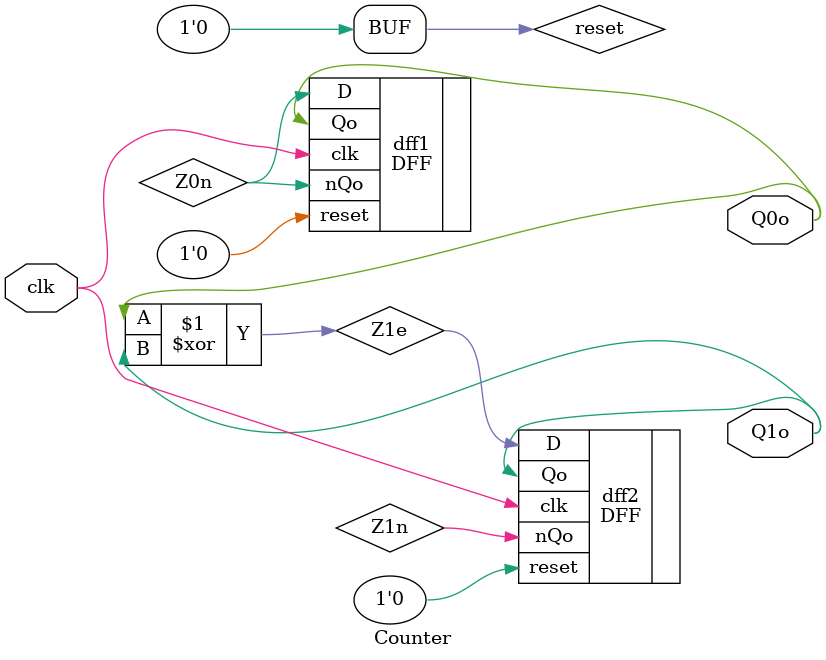
<source format=v>
`timescale 1ns / 1ps

module Counter(
    input clk,
    output Q0o,
    output Q1o
    );
    
    wire Z0n, Z1n, Z1e;
    reg reset;
    
    initial begin
        reset = 1;
        #10;
        reset = 0;
    end
    
    // bit 0
    DFF dff1(
        .D(Z0n),
        .clk(clk),
        .Qo(Q0o),
        .nQo(Z0n),
        .reset(reset)
    );
    
    // bit 1
    DFF dff2(
        .D(Z1e),
        .clk(clk),
        .Qo(Q1o),
        .nQo(Z1n),
        .reset(reset)
    );
    
    assign Z1e = Q0o ^ Q1o;
    
endmodule

</source>
